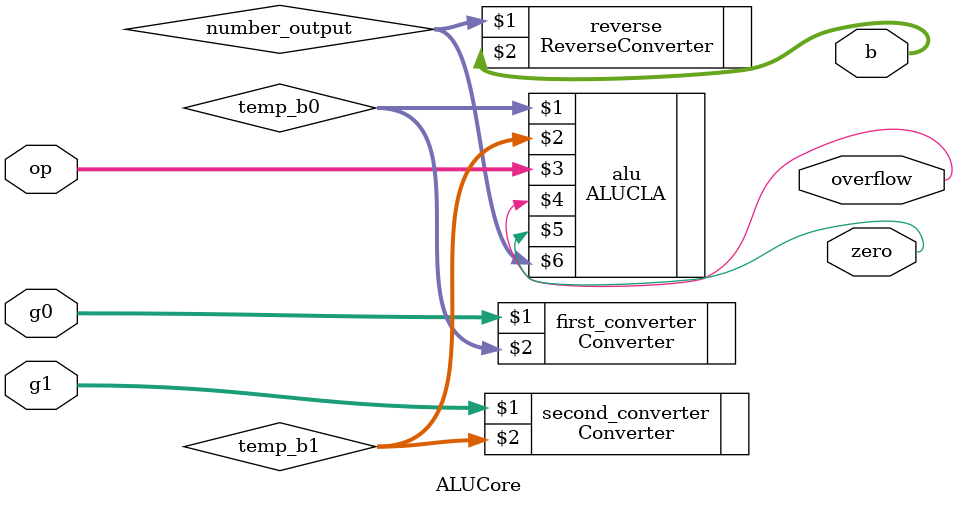
<source format=sv>
`timescale 1ns/1ns

module ALUCore (input [3:0]g0,g1,input [1:0]op,output overflow,zero,output [3:0]b);

wire [3:0]temp_b0;
wire [3:0]temp_b1;
wire [3:0]number_output;

Converter first_converter(g0,temp_b0);
Converter second_converter(g1,temp_b1);

ALUCLA alu(temp_b0,temp_b1,op,overflow,zero,number_output);

ReverseConverter reverse(number_output,b);

endmodule
</source>
